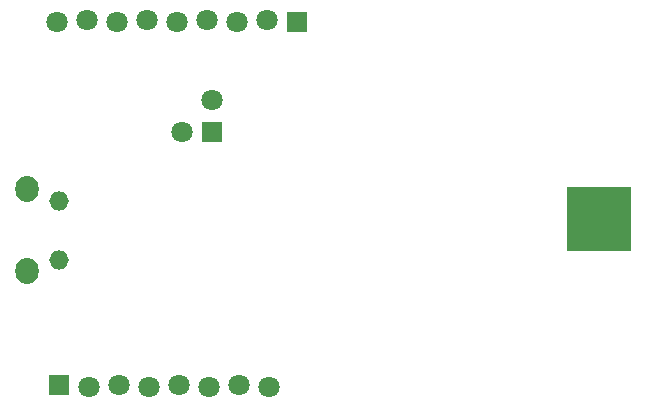
<source format=gbr>
G04 #@! TF.FileFunction,Soldermask,Bot*
%FSLAX46Y46*%
G04 Gerber Fmt 4.6, Leading zero omitted, Abs format (unit mm)*
G04 Created by KiCad (PCBNEW 4.0.5+dfsg1-4) date Sat Mar  4 17:48:48 2017*
%MOMM*%
%LPD*%
G01*
G04 APERTURE LIST*
%ADD10C,0.100000*%
%ADD11O,1.650000X1.650000*%
%ADD12O,1.950000X2.200000*%
%ADD13C,1.797000*%
%ADD14R,1.797000X1.797000*%
%ADD15R,5.400000X5.400000*%
%ADD16C,0.900000*%
G04 APERTURE END LIST*
D10*
D11*
X53962540Y-79199100D03*
X53962540Y-84199100D03*
D12*
X51262540Y-78199100D03*
X51262540Y-85199100D03*
D13*
X69080000Y-64060960D03*
X66540000Y-63939040D03*
X64000000Y-64060960D03*
X61460000Y-63939040D03*
X58920000Y-64060960D03*
X71620000Y-63939040D03*
X56380000Y-63939040D03*
D14*
X74160000Y-64060960D03*
D13*
X53840000Y-64060960D03*
X61630000Y-94960960D03*
X64170000Y-94839040D03*
X59090000Y-94839040D03*
X66710000Y-94960960D03*
X56550000Y-94960960D03*
X69250000Y-94839040D03*
D14*
X54010000Y-94839040D03*
D13*
X71790000Y-94960960D03*
D14*
X66970000Y-73400000D03*
D13*
X64430000Y-73400000D03*
X66900000Y-70700000D03*
D15*
X99700000Y-80800000D03*
D16*
X99700000Y-80800000D03*
X101700000Y-82800000D03*
X99700000Y-81800000D03*
X97700000Y-82800000D03*
X98700000Y-80800000D03*
X100700000Y-80800000D03*
X99700000Y-79800000D03*
X97700000Y-78800000D03*
X101700000Y-78800000D03*
M02*

</source>
